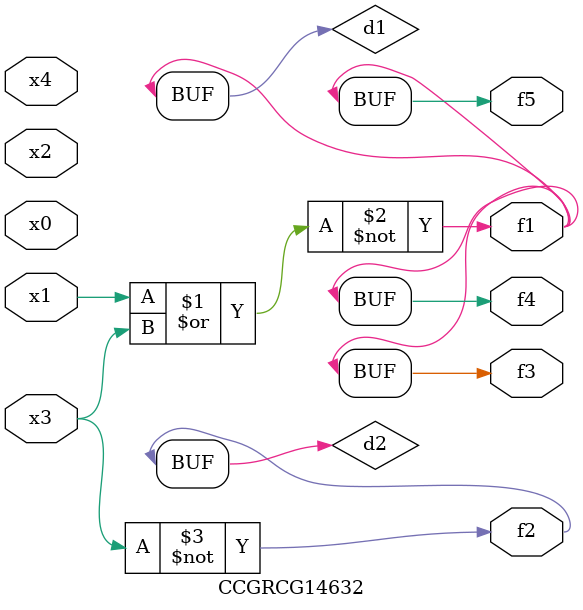
<source format=v>
module CCGRCG14632(
	input x0, x1, x2, x3, x4,
	output f1, f2, f3, f4, f5
);

	wire d1, d2;

	nor (d1, x1, x3);
	not (d2, x3);
	assign f1 = d1;
	assign f2 = d2;
	assign f3 = d1;
	assign f4 = d1;
	assign f5 = d1;
endmodule

</source>
